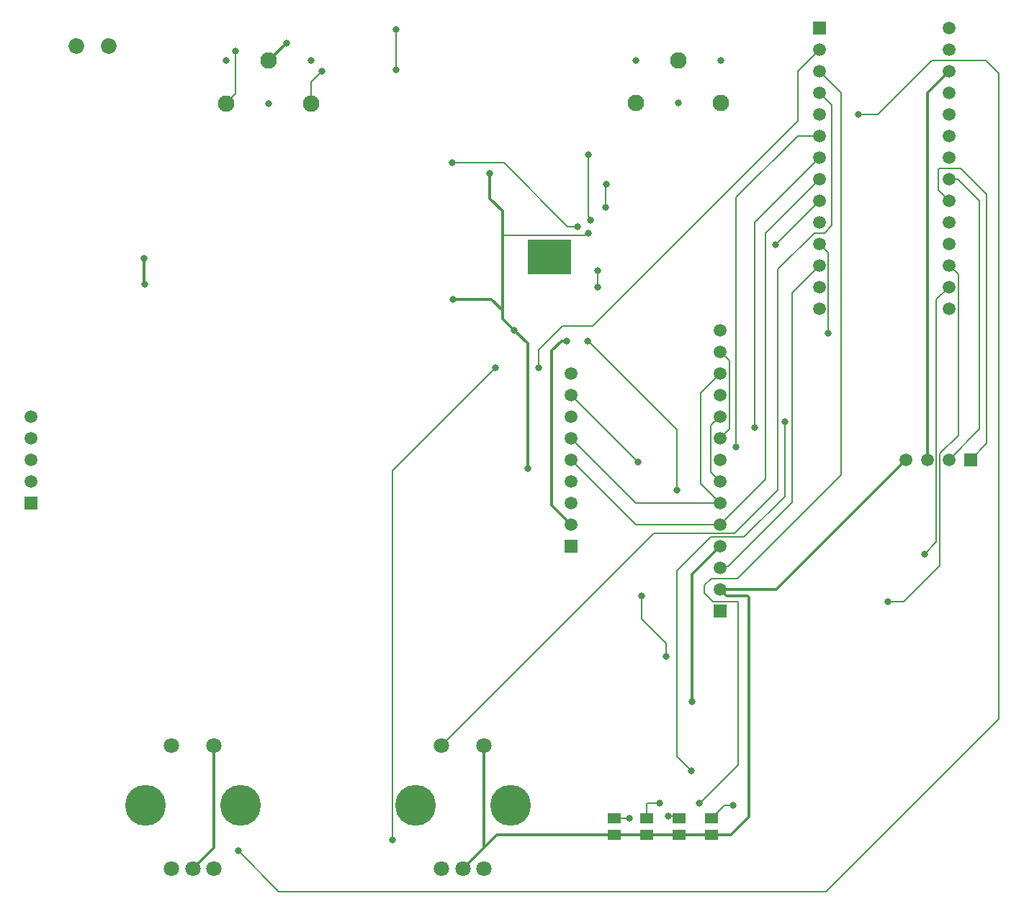
<source format=gtl>
G04*
G04 #@! TF.GenerationSoftware,Altium Limited,Altium Designer,20.0.13 (296)*
G04*
G04 Layer_Physical_Order=1*
G04 Layer_Color=255*
%FSLAX25Y25*%
%MOIN*%
G70*
G01*
G75*
%ADD17R,0.05906X0.05118*%
%ADD30C,0.00800*%
%ADD31C,0.01200*%
%ADD32C,0.07284*%
%ADD33C,0.03150*%
%ADD34C,0.07677*%
%ADD35C,0.05906*%
%ADD36R,0.05906X0.05906*%
%ADD37R,0.05906X0.05906*%
%ADD38C,0.05906*%
%ADD39R,0.05906X0.05906*%
%ADD40C,0.07087*%
%ADD41C,0.18898*%
%ADD42C,0.03200*%
G36*
X275000Y306000D02*
X255000D01*
Y322000D01*
X275000D01*
Y306000D01*
D02*
G37*
D17*
X325000Y46260D02*
D03*
Y53740D02*
D03*
X295000Y46260D02*
D03*
Y53740D02*
D03*
X310000Y46260D02*
D03*
Y53740D02*
D03*
X340000Y46260D02*
D03*
Y53740D02*
D03*
D30*
X307750Y146250D02*
X319000Y135000D01*
X307750Y146250D02*
Y157000D01*
X319000Y129000D02*
Y135000D01*
X445469Y355000D02*
X455400D01*
X445000Y345000D02*
Y354531D01*
X445469Y355000D01*
X455400D02*
X467500Y342900D01*
X445000Y345000D02*
X450000Y340000D01*
X360000Y235000D02*
Y330000D01*
X390000Y360000D01*
X380000Y377000D02*
Y400000D01*
X285000Y282000D02*
X380000Y377000D01*
Y400000D02*
X390000Y410000D01*
X352000Y165000D02*
X400000Y213000D01*
Y390000D01*
X390000Y400000D02*
X400000Y390000D01*
X344000Y190000D02*
X365000Y211000D01*
Y325000D02*
X390000Y350000D01*
X365000Y211000D02*
Y325000D01*
X351500Y341500D02*
X380000Y370000D01*
X351500Y225800D02*
Y341500D01*
X380000Y370000D02*
X390000D01*
X320000Y55000D02*
X323740D01*
X325000Y53740D01*
X346260Y60000D02*
X350000D01*
X340000Y53740D02*
X346260Y60000D01*
X313398Y185800D02*
X350800D01*
X370800Y205800D02*
Y308200D01*
X350800Y185800D02*
X370800Y205800D01*
X377300Y200300D02*
Y297300D01*
X344000Y170000D02*
X344636Y170636D01*
X347636D01*
X377300Y200300D01*
X340000Y165000D02*
X352000D01*
X324000Y82600D02*
X330900Y75700D01*
X324000Y168400D02*
X339800Y184200D01*
X324000Y82600D02*
Y168400D01*
X297900Y54000D02*
X302000D01*
X310000Y53740D02*
Y60531D01*
X310469Y61000D01*
X316000D01*
X464100Y234100D02*
Y339900D01*
X450000Y350000D02*
X454000D01*
X464100Y339900D01*
X271000Y282000D02*
X285000D01*
X260000Y262500D02*
Y271000D01*
X271000Y282000D01*
X282875Y275000D02*
X283000D01*
X324000Y234000D01*
X121040Y38740D02*
X139780Y20000D01*
X393000Y20000D02*
X473000Y100000D01*
X139780Y20000D02*
X393000Y20000D01*
X473000Y100000D02*
Y399000D01*
X467000Y405000D02*
X473000Y399000D01*
X442000Y405000D02*
X467000D01*
X417000Y380000D02*
X442000Y405000D01*
X408000Y380000D02*
X417000D01*
X194100Y419100D02*
X194175Y419175D01*
X194100Y400400D02*
Y419100D01*
X282960Y332669D02*
Y361260D01*
Y332669D02*
X284000Y331628D01*
Y331000D02*
Y331628D01*
X291000Y337000D02*
Y346900D01*
X291500Y347400D01*
X243358Y324000D02*
X281351D01*
X282351Y325000D02*
X283000D01*
X281351Y324000D02*
X282351Y325000D01*
X273400Y328000D02*
X278000D01*
X244000Y357400D02*
X273400Y328000D01*
X287500Y300000D02*
Y307500D01*
X444247Y181747D02*
Y294247D01*
X438600Y176100D02*
X444247Y181747D01*
Y294247D02*
X450000Y300000D01*
X460000Y220000D02*
X467500Y227500D01*
Y342900D01*
X335000Y209000D02*
X344000Y200000D01*
X335000Y251000D02*
X344000Y260000D01*
X335000Y209000D02*
Y251000D01*
X336800Y161800D02*
X340000Y165000D01*
X336800Y158200D02*
X340847Y154153D01*
X336800Y158200D02*
Y161800D01*
X340847Y154153D02*
X352031D01*
X421900Y154200D02*
X429200D01*
X445847Y170847D02*
Y222800D01*
X429200Y154200D02*
X445847Y170847D01*
X334900Y60900D02*
X352500Y78500D01*
Y153684D01*
X352031Y154153D02*
X352500Y153684D01*
X192300Y214800D02*
X240000Y262500D01*
X192300Y43800D02*
Y214800D01*
X334400Y60900D02*
X334900D01*
X215157Y87559D02*
X313398Y185800D01*
X370800Y308200D02*
X387600Y325000D01*
X392400D01*
X395753Y328353D01*
Y384247D01*
X390000Y390000D02*
X395753Y384247D01*
X220200Y357400D02*
X244000D01*
X119900Y389585D02*
Y409035D01*
X115315Y385000D02*
X119900Y389585D01*
X154685Y394685D02*
X159900Y399900D01*
X154685Y385000D02*
Y394685D01*
X324000Y205800D02*
Y234000D01*
X450000Y220000D02*
X464100Y234100D01*
X377300Y297300D02*
X390000Y310000D01*
X305000Y190000D02*
X344000D01*
X275000Y220000D02*
X305000Y190000D01*
Y200000D02*
X344000D01*
X275000Y230000D02*
X305000Y200000D01*
X339800Y214200D02*
X344000Y210000D01*
X339800Y214200D02*
Y235800D01*
X344000Y240000D01*
X275000Y250000D02*
X306260Y218740D01*
X344000Y230000D02*
X348300Y234300D01*
Y265700D01*
X344000Y270000D02*
X348300Y265700D01*
X445847Y222800D02*
X454300Y231253D01*
Y305700D01*
X450000Y310000D02*
X454300Y305700D01*
X339800Y184200D02*
X355200D01*
X374000Y203000D01*
Y237400D01*
X369600Y319600D02*
X390000Y340000D01*
Y320000D02*
X394200Y315800D01*
Y278500D02*
Y315800D01*
D31*
X255000Y216000D02*
Y273700D01*
X248700Y280000D02*
X255000Y273700D01*
X243358Y285342D02*
X248700Y280000D01*
X331000Y108000D02*
Y167000D01*
X344000Y180000D01*
X270640Y275000D02*
X273000D01*
X266000Y270360D02*
X270640Y275000D01*
X347045Y156955D02*
X356797D01*
X357500Y156252D01*
Y54500D02*
Y156252D01*
X340000Y46260D02*
X349260D01*
X357500Y54500D01*
X266000Y199000D02*
X275000Y190000D01*
X266000Y199000D02*
Y270360D01*
X243358Y324000D02*
Y335102D01*
Y289142D02*
Y324000D01*
X237500Y340960D02*
Y352500D01*
Y340960D02*
X243358Y335102D01*
X344000Y160000D02*
X347045Y156955D01*
X243358Y285342D02*
Y289142D01*
X238200Y294300D02*
X243358Y289142D01*
X220300Y294300D02*
X238200D01*
X77500Y301400D02*
Y313100D01*
Y301400D02*
X77600Y301300D01*
X234843Y40315D02*
X240787Y46260D01*
X440000Y390000D02*
X450000Y400000D01*
X440000Y220000D02*
Y390000D01*
X344000Y160000D02*
X370000D01*
X430000Y220000D01*
X135000Y404685D02*
X143315Y413000D01*
X109843Y40315D02*
Y87559D01*
X100000Y30472D02*
X109843Y40315D01*
X295000Y46260D02*
X310000D01*
X325000D01*
X340000D01*
X240787D02*
X295000D01*
X234843Y40315D02*
Y87559D01*
X225000Y30472D02*
X234843Y40315D01*
D32*
X46000Y411500D02*
D03*
X61000D02*
D03*
D33*
X324685Y385315D02*
D03*
X344370Y405000D02*
D03*
X305000D02*
D03*
X135000Y385000D02*
D03*
X154685Y404685D02*
D03*
X115315D02*
D03*
D34*
X344370Y385315D02*
D03*
X305000D02*
D03*
X324685Y405000D02*
D03*
X154685Y385000D02*
D03*
X115315D02*
D03*
X135000Y404685D02*
D03*
D35*
X430000Y220000D02*
D03*
X440000D02*
D03*
X450000D02*
D03*
X344000Y280000D02*
D03*
Y270000D02*
D03*
Y260000D02*
D03*
Y250000D02*
D03*
Y240000D02*
D03*
Y230000D02*
D03*
Y220000D02*
D03*
Y210000D02*
D03*
Y200000D02*
D03*
Y190000D02*
D03*
Y180000D02*
D03*
Y170000D02*
D03*
Y160000D02*
D03*
X275000Y200000D02*
D03*
Y210000D02*
D03*
Y220000D02*
D03*
Y230000D02*
D03*
Y240000D02*
D03*
Y250000D02*
D03*
Y260000D02*
D03*
Y190000D02*
D03*
X25000Y240000D02*
D03*
Y230000D02*
D03*
Y220000D02*
D03*
Y210000D02*
D03*
D36*
X460000Y220000D02*
D03*
D37*
X344000Y150000D02*
D03*
X275000Y180000D02*
D03*
X25000Y200000D02*
D03*
D38*
X450000Y290000D02*
D03*
Y300000D02*
D03*
Y310000D02*
D03*
Y320000D02*
D03*
Y330000D02*
D03*
Y340000D02*
D03*
Y350000D02*
D03*
Y360000D02*
D03*
Y370000D02*
D03*
Y380000D02*
D03*
Y390000D02*
D03*
Y400000D02*
D03*
Y410000D02*
D03*
Y420000D02*
D03*
X390000Y290000D02*
D03*
Y300000D02*
D03*
Y310000D02*
D03*
Y320000D02*
D03*
Y330000D02*
D03*
Y340000D02*
D03*
Y350000D02*
D03*
Y360000D02*
D03*
Y370000D02*
D03*
Y380000D02*
D03*
Y390000D02*
D03*
Y400000D02*
D03*
Y410000D02*
D03*
D39*
Y420000D02*
D03*
D40*
X90157Y30472D02*
D03*
X109843D02*
D03*
X100000D02*
D03*
X90157Y87559D02*
D03*
X109843D02*
D03*
X215157Y30472D02*
D03*
X234843D02*
D03*
X225000D02*
D03*
X215157Y87559D02*
D03*
X234843D02*
D03*
D41*
X122047Y60000D02*
D03*
X77953D02*
D03*
X247047D02*
D03*
X202953D02*
D03*
D42*
X307750Y157000D02*
D03*
X255000Y216000D02*
D03*
X319000Y129000D02*
D03*
X331000Y108000D02*
D03*
X360000Y235000D02*
D03*
X320000Y55000D02*
D03*
X350000Y60000D02*
D03*
X273000Y275000D02*
D03*
X302000Y54000D02*
D03*
X316000Y61000D02*
D03*
X282875Y275000D02*
D03*
X408000Y380000D02*
D03*
X194175Y419175D02*
D03*
X282960Y361260D02*
D03*
X284000Y331000D02*
D03*
X291000Y337000D02*
D03*
X283000Y325000D02*
D03*
X278000Y328000D02*
D03*
X261000Y311000D02*
D03*
Y319000D02*
D03*
X269000D02*
D03*
X265000Y314000D02*
D03*
X269000Y311000D02*
D03*
X287500Y300000D02*
D03*
Y307500D02*
D03*
X237500Y352500D02*
D03*
X260000Y262500D02*
D03*
X240000D02*
D03*
X77600Y301300D02*
D03*
X77500Y313100D02*
D03*
X334400Y60900D02*
D03*
X248700Y280000D02*
D03*
X220300Y294300D02*
D03*
X143315Y413000D02*
D03*
X220200Y357400D02*
D03*
X119900Y409035D02*
D03*
X291500Y347400D02*
D03*
X159900Y399900D02*
D03*
X194100Y400400D02*
D03*
X324000Y205800D02*
D03*
X306260Y218740D02*
D03*
X438600Y176100D02*
D03*
X421900Y154200D02*
D03*
X330900Y75700D02*
D03*
X374000Y237400D02*
D03*
X192300Y43800D02*
D03*
X121040Y38740D02*
D03*
X351500Y225800D02*
D03*
X369600Y319600D02*
D03*
X394200Y278500D02*
D03*
M02*

</source>
